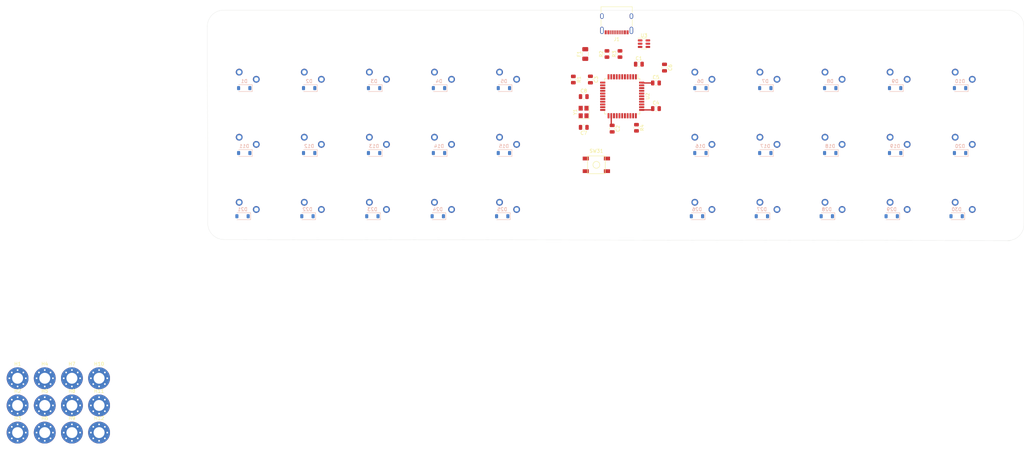
<source format=kicad_pcb>
(kicad_pcb (version 20221018) (generator pcbnew)
  (layers (0 "F.Cu" signal) (31 "B.Cu" signal) (34 "B.Paste" user) (35 "F.Paste" user) (36 "B.SilkS" user "B.Silkscreen") (37 "F.SilkS" user "F.Silkscreen") (38 "B.Mask" user) (39 "F.Mask" user) (44 "Edge.Cuts" user))
  (net 0 "")
  (net 1 "Net-(U2-UCAP)")
  (net 2 "GND")
  (net 3 "+5V")
  (net 4 "Net-(U2-XTAL1)")
  (net 5 "Net-(U2-XTAL2)")
  (net 6 "ROW0")
  (net 7 "Net-(D1-Pad2)")
  (net 8 "Net-(D2-Pad2)")
  (net 9 "Net-(D3-Pad2)")
  (net 10 "Net-(D4-Pad2)")
  (net 11 "Net-(D5-Pad2)")
  (net 12 "Net-(D6-Pad2)")
  (net 13 "Net-(D7-Pad2)")
  (net 14 "Net-(D8-Pad2)")
  (net 15 "Net-(D9-Pad2)")
  (net 16 "Net-(D10-Pad2)")
  (net 17 "ROW1")
  (net 18 "Net-(D11-Pad2)")
  (net 19 "Net-(D12-Pad2)")
  (net 20 "Net-(D13-Pad2)")
  (net 21 "Net-(D14-Pad2)")
  (net 22 "Net-(D15-Pad2)")
  (net 23 "Net-(D16-Pad2)")
  (net 24 "Net-(D17-Pad2)")
  (net 25 "Net-(D18-Pad2)")
  (net 26 "Net-(D19-Pad2)")
  (net 27 "Net-(D20-Pad2)")
  (net 28 "ROW2")
  (net 29 "Net-(D21-Pad2)")
  (net 30 "Net-(D22-Pad2)")
  (net 31 "Net-(D23-Pad2)")
  (net 32 "Net-(D24-Pad2)")
  (net 33 "Net-(D25-Pad2)")
  (net 34 "Net-(D26-Pad2)")
  (net 35 "Net-(D27-Pad2)")
  (net 36 "Net-(D28-Pad2)")
  (net 37 "Net-(D29-Pad2)")
  (net 38 "Net-(D30-Pad2)")
  (net 39 "Net-(USB1-VBUS)")
  (net 40 "Net-(U2-~{HWB}{slash}PE2)")
  (net 41 "D+")
  (net 42 "Net-(U2-D+)")
  (net 43 "D-")
  (net 44 "Net-(U2-D-)")
  (net 45 "Net-(U2-~{RESET})")
  (net 46 "COL0")
  (net 47 "COL1")
  (net 48 "COL2")
  (net 49 "COL3")
  (net 50 "COL4")
  (net 51 "COL5")
  (net 52 "COL6")
  (net 53 "COL7")
  (net 54 "COL8")
  (net 55 "COL9")
  (net 82 "Net-(J1-GND-PadA1)")
  (net 83 "Net-(J1-VBUS-PadA4)")
  (footprint "marbastlib-choc:SW_choc_v1_1u" (layer "F.Cu") (at 110.725 53.575)
    (fp_text reference "SW15" hide)
    (fp_text value "SW" hide)
  )
  (footprint "marbastlib-choc:SW_choc_v1_1u" (layer "F.Cu") (at 225.025 53.575)
    (fp_text reference "SW19" hide)
    (fp_text value "SW" hide)
  )
  (footprint "marbastlib-choc:SW_choc_v1_1u" (layer "F.Cu") (at 34.525 53.575)
    (fp_text reference "SW11" hide)
    (fp_text value "SW" hide)
  )
  (footprint "marbastlib-choc:SW_choc_v1_1u" (layer "F.Cu") (at 244.075 34.525)
    (fp_text reference "SW10" hide)
    (fp_text value "SW" hide)
  )
  (footprint "marbastlib-choc:SW_choc_v1_1u" (layer "F.Cu") (at 53.575 72.625)
    (fp_text reference "SW22" hide)
    (fp_text value "SW" hide)
  )
  (footprint "MountingHole:MountingHole_3.2mm_M3_Pad_Via" (layer "F.Cu") (at -27.38125 127.925)
    (fp_text reference "H4")
    (fp_text value "MountingHole")
  )
  (footprint "marbastlib-choc:SW_choc_v1_1u" (layer "F.Cu") (at 186.925 53.575)
    (fp_text reference "SW17" hide)
    (fp_text value "SW" hide)
  )
  (footprint "marbastlib-choc:SW_choc_v1_1u" (layer "F.Cu") (at 167.875 53.575)
    (fp_text reference "SW16" hide)
    (fp_text value "SW" hide)
  )
  (footprint "MountingHole:MountingHole_3.2mm_M3_Pad_Via" (layer "F.Cu") (at -11.48125 135.875)
    (fp_text reference "H11")
    (fp_text value "MountingHole")
  )
  (footprint "Capacitor_SMD:C_0805_2012Metric" (layer "F.Cu") (at 154 37 -90)
    (fp_text reference "C6")
    (fp_text value "10uF")
  )
  (footprint "MountingHole:MountingHole_3.2mm_M3_Pad_Via" (layer "F.Cu") (at -19.43125 127.925)
    (fp_text reference "H7")
    (fp_text value "MountingHole")
  )
  (footprint "Resistor_SMD:R_0805_2012Metric" (layer "F.Cu") (at 127.319998 40.49 -90)
    (fp_text reference "R1")
    (fp_text value "10k")
  )
  (footprint "MountingHole:MountingHole_3.2mm_M3_Pad_Via" (layer "F.Cu") (at -11.48125 143.825)
    (fp_text reference "H12")
    (fp_text value "MountingHole")
  )
  (footprint "MountingHole:MountingHole_3.2mm_M3_Pad_Via" (layer "F.Cu") (at -27.38125 135.875)
    (fp_text reference "H5")
    (fp_text value "MountingHole")
  )
  (footprint "Fuse:Fuse_1206_3216Metric" (layer "F.Cu") (at 130.81 33.02 90)
    (fp_text reference "F1")
    (fp_text value "500mA")
  )
  (footprint "marbastlib-choc:SW_choc_v1_1u" (layer "F.Cu") (at 91.675 72.625)
    (fp_text reference "SW24" hide)
    (fp_text value "SW" hide)
  )
  (footprint "Resistor_SMD:R_0805_2012Metric" (layer "F.Cu") (at 145.796 54.61 -90)
    (fp_text reference "R4")
    (fp_text value "10k")
  )
  (footprint "Capacitor_SMD:C_0805_2012Metric" (layer "F.Cu") (at 138.684 54.864 -90)
    (fp_text reference "C2")
    (fp_text value "0.1uF")
  )
  (footprint "Resistor_SMD:R_0805_2012Metric" (layer "F.Cu") (at 140.97 33.02 90)
    (fp_text reference "R3")
    (fp_text value "22")
  )
  (footprint "random-keyboard-parts:SKQG-1155865" (layer "F.Cu") (at 134.06 65.46 180)
    (fp_text reference "SW31")
    (fp_text value "SW_Push")
  )
  (footprint "marbastlib-choc:SW_choc_v1_1u" (layer "F.Cu") (at 225.025 72.625)
    (fp_text reference "SW29" hide)
    (fp_text value "SW" hide)
  )
  (footprint "Crystal:Crystal_SMD_3225-4Pin_3.2x2.5mm" (layer "F.Cu") (at 130.319998 49.99 90)
    (fp_text reference "Y1")
    (fp_text value "16MHz")
  )
  (footprint "marbastlib-choc:SW_choc_v1_1u" (layer "F.Cu") (at 91.675 53.575)
    (fp_text reference "SW14" hide)
    (fp_text value "SW" hide)
  )
  (footprint "Resistor_SMD:R_0805_2012Metric" (layer "F.Cu") (at 137.16 33.02 90)
    (fp_text reference "R2")
    (fp_text value "22")
  )
  (footprint "Connector_USB:USB_C_Receptacle_XKB_U262-16XN-4BVC11" (layer "F.Cu") (at 140 23 180)
    (fp_text reference "J1")
    (fp_text value "USB_C_Receptacle")
  )
  (footprint "Capacitor_SMD:C_0805_2012Metric" (layer "F.Cu") (at 146.5 36)
    (fp_text reference "C1")
    (fp_text value "4.7uF")
  )
  (footprint "marbastlib-choc:SW_choc_v1_1u" (layer "F.Cu") (at 110.725 34.525)
    (fp_text reference "SW5" hide)
    (fp_text value "SW" hide)
  )
  (footprint "MountingHole:MountingHole_3.2mm_M3_Pad_Via" (layer "F.Cu") (at -35.33125 135.875)
    (fp_text reference "H2")
    (fp_text value "MountingHole")
  )
  (footprint "marbastlib-choc:SW_choc_v1_1u" (layer "F.Cu") (at 186.925 72.625)
    (fp_text reference "SW27" hide)
    (fp_text value "SW" hide)
  )
  (footprint "marbastlib-choc:SW_choc_v1_1u" (layer "F.Cu") (at 34.525 34.525)
    (fp_text reference "SW1" hide)
    (fp_text value "SW" hide)
  )
  (footprint "marbastlib-choc:SW_choc_v1_1u" (layer "F.Cu") (at 205.975 72.625)
    (fp_text reference "SW28" hide)
    (fp_text value "SW" hide)
  )
  (footprint "marbastlib-choc:SW_choc_v1_1u" (layer "F.Cu") (at 34.525 72.625)
    (fp_text reference "SW21" hide)
    (fp_text value "SW" hide)
  )
  (footprint "MountingHole:MountingHole_3.2mm_M3_Pad_Via" (layer "F.Cu") (at -27.38125 143.825)
    (fp_text reference "H6")
    (fp_text value "MountingHole")
  )
  (footprint "marbastlib-choc:SW_choc_v1_1u" (layer "F.Cu") (at 167.875 72.625)
    (fp_text reference "SW26" hide)
    (fp_text value "SW" hide)
  )
  (footprint "MountingHole:MountingHole_3.2mm_M3_Pad_Via" (layer "F.Cu") (at -19.43125 135.875)
    (fp_text reference "H8")
    (fp_text value "MountingHole")
  )
  (footprint "marbastlib-choc:SW_choc_v1_1u" (layer "F.Cu") (at 244.075 53.575)
    (fp_text reference "SW20" hide)
    (fp_text value "SW" hide)
  )
  (footprint "marbastlib-choc:SW_choc_v1_1u" (layer "F.Cu") (at 110.725 72.625)
    (fp_text reference "SW25" hide)
    (fp_text value "SW" hide)
  )
  (footprint "marbastlib-choc:SW_choc_v1_1u" (layer "F.Cu") (at 72.625 34.525)
    (fp_text reference "SW3" hide)
    (fp_text value "SW" hide)
  )
  (footprint "marbastlib-choc:SW_choc_v1_1u" (layer "F.Cu") (at 53.575 53.575)
    (fp_text reference "SW12" hide)
    (fp_text value "SW" hide)
  )
  (footprint "Capacitor_SMD:C_0805_2012Metric" (layer "F.Cu") (at 151.5 41.5)
    (fp_text reference "C5")
    (fp_text value "0.1uF")
  )
  (footprint "MountingHole:MountingHole_3.2mm_M3_Pad_Via" (layer "F.Cu") (at -19.43125 143.825)
    (fp_text reference "H9")
    (fp_text value "MountingHole")
  )
  (footprint "Package_TO_SOT_SMD:SOT-23-6" (layer "F.Cu") (at 148 30)
    (fp_text reference "U3")
    (fp_text value "TPD2S017")
  )
  (footprint "Capacitor_SMD:C_0805_2012Metric" (layer "F.Cu") (at 130.369998 45.49)
    (fp_text reference "C8")
    (fp_text value "22pF")
  )
  (footprint "Capacitor_SMD:C_0805_2012Metric" (layer "F.Cu") (at 151.5 49)
    (fp_text reference "C4")
    (fp_text value "0.1uF")
  )
  (footprint "Package_QFP:TQFP-44_10x10mm_P0.8mm" (layer "F.Cu") (at 141.62 45.39 -90)
    (fp_text reference "U2")
    (fp_text value "ATmega32U4-A")
  )
  (footprint "marbastlib-choc:SW_choc_v1_1u" (layer "F.Cu") (at 91.675 34.525)
    (fp_text reference "SW4" hide)
    (fp_text value "SW" hide)
  )
  (footprint "marbastlib-choc:SW_choc_v1_1u" (layer "F.Cu") (at 205.975 53.575)
    (fp_text reference "SW18" hide)
    (fp_text value "SW" hide)
  )
  (footprint "marbastlib-choc:SW_choc_v1_1u" (layer "F.Cu") (at 72.625 72.625)
    (fp_text reference "SW23" hide)
    (fp_text value "SW" hide)
  )
  (footprint "marbastlib-choc:SW_choc_v1_1u" (layer "F.Cu") (at 244.075 72.625)
    (fp_text reference "SW30" hide)
    (fp_text value "SW" hide)
  )
  (footprint "Capacitor_SMD:C_0805_2012Metric" (layer "F.Cu") (at 130.369998 54.49 180)
    (fp_text reference "C7")
    (fp_text value "22pF")
  )
  (footprint "marbastlib-choc:SW_choc_v1_1u" (layer "F.Cu") (at 53.575 34.525)
    (fp_text reference "SW2" hide)
    (fp_text value "SW" hide)
  )
  (footprint "marbastlib-choc:SW_choc_v1_1u" (layer "F.Cu") (at 205.975 34.525)
    (fp_text reference "SW8" hide)
    (fp_text value "SW" hide)
  )
  (footprint "MountingHole:MountingHole_3.2mm_M3_Pad_Via" (layer "F.Cu") (at -35.33125 127.925)
    (fp_text reference "H1")
    (fp_text value "MountingHole")
  )
  (footprint "marbastlib-choc:SW_choc_v1_1u" (layer "F.Cu") (at 72.625 53.575)
    (fp_text reference "SW13" hide)
    (fp_text value "SW" hide)
  )
  (footprint "MountingHole:MountingHole_3.2mm_M3_Pad_Via" (layer "F.Cu") (at -35.33125 143.825)
    (fp_text reference "H3")
    (fp_text value "MountingHole")
  )
  (footprint "Capacitor_SMD:C_0805_2012Metric" (layer "F.Cu") (at 132.319998 40.49 -90)
    (fp_text reference "C3")
    (fp_text value "0.1uF")
  )
  (footprint "marbastlib-choc:SW_choc_v1_1u" (layer "F.Cu") (at 167.875 34.525)
    (fp_text reference "SW6" hide)
    (fp_text value "SW" hide)
  )
  (footprint "marbastlib-choc:SW_choc_v1_1u" (layer "F.Cu") (at 186.925 34.525)
    (fp_text reference "SW7" hide)
    (fp_text value "SW" hide)
  )
  (footprint "MountingHole:MountingHole_3.2mm_M3_Pad_Via" (layer "F.Cu") (at -11.48125 127.925)
    (fp_text reference "H10")
    (fp_text value "MountingHole")
  )
  (footprint "marbastlib-choc:SW_choc_v1_1u" (layer "F.Cu") (at 225.025 34.525)
    (fp_text reference "SW9" hide)
    (fp_text value "SW" hide)
  )
  (footprint "Diode_SMD:D_SOD-123" (layer "B.Cu") (at 221.5 62 180)
    (fp_text reference "D19")
    (fp_text value "D")
  )
  (footprint "Diode_SMD:D_SOD-123" (layer "B.Cu") (at 107 62 180)
    (fp_text reference "D15")
    (fp_text value "D")
  )
  (footprint "Diode_SMD:D_SOD-123" (layer "B.Cu") (at 69 62 180)
    (fp_text reference "D13")
    (fp_text value "D")
  )
  (footprint "Diode_SMD:D_SOD-123" (layer "B.Cu") (at 49.5 80.5 180)
    (fp_text reference "D22")
    (fp_text value "D")
  )
  (footprint "Diode_SMD:D_SOD-123" (layer "B.Cu") (at 182.5 80.5 180)
    (fp_text reference "D27")
    (fp_text value "D")
  )
  (footprint "Diode_SMD:D_SOD-123" (layer "B.Cu") (at 164.5 62 180)
    (fp_text reference "D16")
    (fp_text value "D")
  )
  (footprint "Diode_SMD:D_SOD-123" (layer "B.Cu") (at 164.5 43 180)
    (fp_text reference "D6")
    (fp_text value "D")
  )
  (footprint "Diode_SMD:D_SOD-123" (layer "B.Cu") (at 31 62 180)
    (fp_text reference "D11")
    (fp_text value "D")
  )
  (footprint "Diode_SMD:D_SOD-123" (layer "B.Cu") (at 163.5 80.5 180)
    (fp_text reference "D26")
    (fp_text value "D")
  )
  (footprint "Diode_SMD:D_SOD-123" (layer "B.Cu") (at 68.5 80.5 180)
    (fp_text reference "D23")
    (fp_text value "D")
  )
  (footprint "Diode_SMD:D_SOD-123" (layer "B.Cu") (at 50 62 180)
    (fp_text reference "D12")
    (fp_text value "D")
  )
  (footprint "Diode_SMD:D_SOD-123" (layer "B.Cu") (at 50 43 180)
    (fp_text reference "D2")
    (fp_text value "D")
  )
  (footprint "Diode_SMD:D_SOD-123" (layer "B.Cu") (at 183.5 62 180)
    (fp_text reference "D17")
    (fp_text value "D")
  )
  (footprint "Diode_SMD:D_SOD-123" (layer "B.Cu") (at 69 43 180)
    (fp_text reference "D3")
    (fp_text value "D")
  )
  (footprint "Diode_SMD:D_SOD-123" (layer "B.Cu") (at 220.5 80.5 180)
    (fp_text reference "D29")
    (fp_text value "D")
  )
  (footprint "Diode_SMD:D_SOD-123" (layer "B.Cu") (at 240.5 62 180)
    (fp_text reference "D20")
    (fp_text value "D")
  )
  (footprint "Diode_SMD:D_SOD-123" (layer "B.Cu") (at 202.5 62 180)
    (fp_text reference "D18")
    (fp_text value "D")
  )
  (footprint "Diode_SMD:D_SOD-123" (layer "B.Cu") (at 88 62 180)
    (fp_text reference "D14")
    (fp_text value "D")
  )
  (footprint "Diode_SMD:D_SOD-123" (layer "B.Cu") (at 107 43 180)
    (fp_text reference "D5")
    (fp_text value "D")
  )
  (footprint "Diode_SMD:D_SOD-123" (layer "B.Cu") (at 31 43 180)
    (fp_text reference "D1")
    (fp_text value "D")
  )
  (footprint "Diode_SMD:D_SOD-123" (layer "B.Cu") (at 239.5 80.5 180)
    (fp_text reference "D30")
    (fp_text value "D")
  )
  (footprint "Diode_SMD:D_SOD-123" (layer "B.Cu") (at 30.5 80.5 180)
    (fp_text reference "D21")
    (fp_text value "D")
  )
  (footprint "Diode_SMD:D_SOD-123" (layer "B.Cu") (at 106.5 80.5 180)
    (fp_text reference "D25")
    (fp_text value "D")
  )
  (footprint "Diode_SMD:D_SOD-123" (layer "B.Cu") (at 202.5 43 180)
    (fp_text reference "D8")
    (fp_text value "D")
  )
  (footprint "Diode_SMD:D_SOD-123" (layer "B.Cu") (at 201.5 80.5 180)
    (fp_text reference "D28")
    (fp_text value "D")
  )
  (footprint "Diode_SMD:D_SOD-123" (layer "B.Cu") (at 87.65 80.5 180)
    (fp_text reference "D24")
    (fp_text value "D")
  )
  (footprint "Diode_SMD:D_SOD-123" (layer "B.Cu") (at 183.5 43 180)
    (fp_text reference "D7")
    (fp_text value "D")
  )
  (footprint "Diode_SMD:D_SOD-123" (layer "B.Cu") (at 240.5 43 180)
    (fp_text reference "D10")
    (fp_text value "D")
  )
  (footprint "Diode_SMD:D_SOD-123" (layer "B.Cu") (at 221.5 43 180)
    (fp_text reference "D9")
    (fp_text value "D")
  )
  (footprint "Diode_SMD:D_SOD-123" (layer "B.Cu") (at 88 43 180)
    (fp_text reference "D4")
    (fp_text value "D")
  )
  (gr_arc (start 25.0825 87.3125) (mid 21.714904 85.917596) (end 20.32 82.55) (stroke (width 0.05)) (layer "Edge.Cuts"))
  (gr_line (start 259.204904 24.957596) (end 259.204904 82.8675) (stroke (width 0.05)) (layer "Edge.Cuts"))
  (gr_arc (start 20.195096 24.957596) (mid 21.59 21.59) (end 24.957596 20.195096) (stroke (width 0.05)) (layer "Edge.Cuts"))
  (gr_line (start 24.957596 20.195096) (end 254.442404 20.195096) (stroke (width 0.05)) (layer "Edge.Cuts"))
  (gr_arc (start 259.204904 82.8675) (mid 257.81 86.235096) (end 254.442404 87.63) (stroke (width 0.05)) (layer "Edge.Cuts"))
  (gr_arc (start 254.442404 20.195096) (mid 257.81 21.59) (end 259.204904 24.957596) (stroke (width 0.05)) (layer "Edge.Cuts"))
  (gr_line (start 255.27 87.63) (end 25.0825 87.3125) (stroke (width 0.05)) (layer "Edge.Cuts"))
  (gr_line (start 20.32 82.55) (end 20.195096 24.957596) (stroke (width 0.05)) (layer "Edge.Cuts"))
  (segment (start 138.42 51.09) (end 138.42 53.65) (width 0.381) (layer "F.Cu") (net 3))
  (segment (start 150.55 49) (end 150.16 49.39) (width 0.381) (layer "F.Cu") (net 3))
  (segment (start 138.42 53.65) (end 138.684 53.914) (width 0.381) (layer "F.Cu") (net 3))
  (segment (start 150.16 49.39) (end 147.32 49.39) (width 0.381) (layer "F.Cu") (net 3))
  (segment (start 147.43 41.5) (end 147.32 41.39) (width 0.381) (layer "F.Cu") (net 3))
  (segment (start 150.55 41.5) (end 147.43 41.5) (width 0.381) (layer "F.Cu") (net 3))
  (segment (start 137.16 32.1075) (end 137.5645 32.1075) (width 0.254) (layer "F.Cu") (net 42))
  (segment (start 137.5645 32.1075) (end 137.668 32.004) (width 0.254) (layer "F.Cu") (net 42))
)
</source>
